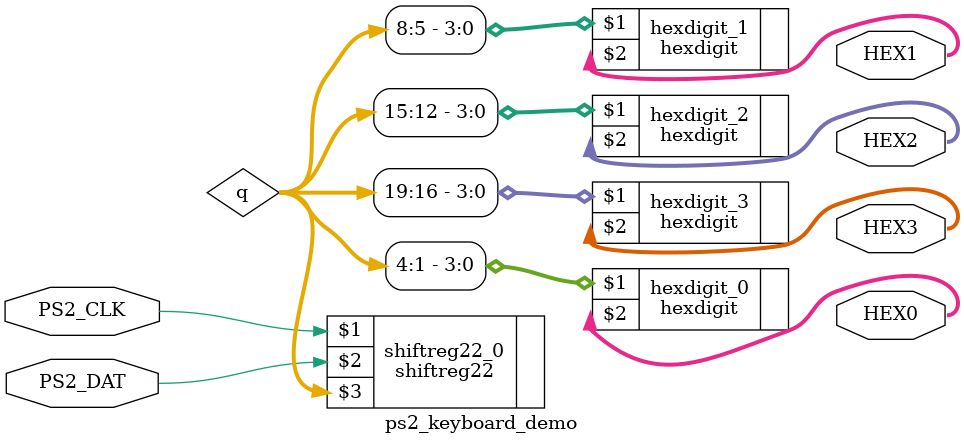
<source format=v>
module ps2_keyboard_demo (
   inout             PS2_CLK,
   inout             PS2_DAT,
   output   [6:0]    HEX0,
   output   [6:0]    HEX1,
   output   [6:0]    HEX2,
   output   [6:0]    HEX3);
   
   wire [21:0] q;
   
   // 21 20 | 19 18 17 16 15 14 13 12 | 11     10 9 | 8 7 6 5 4 3 2 1 | 0
   
   shiftreg22 shiftreg22_0 (PS2_CLK, PS2_DAT, q);
   hexdigit hexdigit_3 (q[19:16], HEX3);
   hexdigit hexdigit_2 (q[15:12], HEX2);
   hexdigit hexdigit_1 (q[8:5], HEX1);
   hexdigit hexdigit_0 (q[4:1], HEX0);
   
 endmodule
 
</source>
